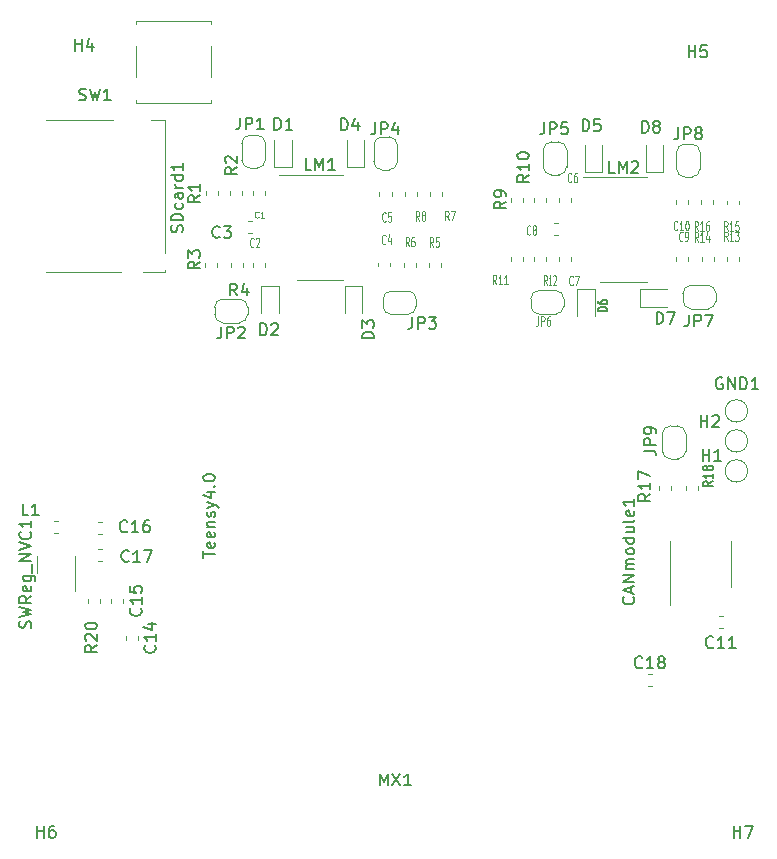
<source format=gto>
G04 #@! TF.GenerationSoftware,KiCad,Pcbnew,(5.1.4)-1*
G04 #@! TF.CreationDate,2020-01-21T11:12:15+01:00*
G04 #@! TF.ProjectId,teensy4_header_breakout,7465656e-7379-4345-9f68-65616465725f,rev?*
G04 #@! TF.SameCoordinates,Original*
G04 #@! TF.FileFunction,Legend,Top*
G04 #@! TF.FilePolarity,Positive*
%FSLAX46Y46*%
G04 Gerber Fmt 4.6, Leading zero omitted, Abs format (unit mm)*
G04 Created by KiCad (PCBNEW (5.1.4)-1) date 2020-01-21 11:12:15*
%MOMM*%
%LPD*%
G04 APERTURE LIST*
%ADD10C,0.120000*%
%ADD11C,0.150000*%
%ADD12C,0.050000*%
%ADD13C,0.100000*%
%ADD14C,0.125000*%
G04 APERTURE END LIST*
D10*
X127546500Y-72611460D02*
X127546500Y-75211460D01*
X121246500Y-77361460D02*
X121246500Y-77111460D01*
X127546500Y-77361460D02*
X121246500Y-77361460D01*
X127546500Y-77111460D02*
X127546500Y-77361460D01*
X121246500Y-75211460D02*
X121246500Y-72611460D01*
X127546500Y-70461460D02*
X127546500Y-70711460D01*
X121246500Y-70461460D02*
X127546500Y-70461460D01*
X121246500Y-70711460D02*
X121246500Y-70461460D01*
X162495000Y-83703000D02*
X159045000Y-83703000D01*
X162495000Y-83703000D02*
X164445000Y-83703000D01*
X162495000Y-92573000D02*
X160545000Y-92573000D01*
X162495000Y-92573000D02*
X164445000Y-92573000D01*
X116039540Y-118713380D02*
X116039540Y-115713380D01*
X112819540Y-117213380D02*
X112819540Y-115713380D01*
X123646220Y-91561400D02*
X123646220Y-91671400D01*
X122486220Y-78801400D02*
X123646220Y-78801400D01*
X123646220Y-78801400D02*
X123646220Y-90061400D01*
X123646220Y-91671400D02*
X121836220Y-91671400D01*
X119236220Y-78801400D02*
X113636220Y-78801400D01*
X119936220Y-91671400D02*
X113636220Y-91671400D01*
X118134860Y-119700359D02*
X118134860Y-119374801D01*
X117114860Y-119700359D02*
X117114860Y-119374801D01*
X168830720Y-110126627D02*
X168830720Y-109784093D01*
X167810720Y-110126627D02*
X167810720Y-109784093D01*
X165504400Y-109850133D02*
X165504400Y-110192667D01*
X166524400Y-109850133D02*
X166524400Y-110192667D01*
X170110880Y-85953719D02*
X170110880Y-85628161D01*
X169090880Y-85953719D02*
X169090880Y-85628161D01*
X172307980Y-85976779D02*
X172307980Y-85651221D01*
X171287980Y-85976779D02*
X171287980Y-85651221D01*
X169101040Y-90433841D02*
X169101040Y-90759399D01*
X170121040Y-90433841D02*
X170121040Y-90759399D01*
X172285120Y-90769759D02*
X172285120Y-90444201D01*
X171265120Y-90769759D02*
X171265120Y-90444201D01*
X154938000Y-90464321D02*
X154938000Y-90789879D01*
X155958000Y-90464321D02*
X155958000Y-90789879D01*
X153971720Y-90764679D02*
X153971720Y-90439121D01*
X152951720Y-90764679D02*
X152951720Y-90439121D01*
X155958000Y-85735279D02*
X155958000Y-85409721D01*
X154938000Y-85735279D02*
X154938000Y-85409721D01*
X154027600Y-85735279D02*
X154027600Y-85409721D01*
X153007600Y-85735279D02*
X153007600Y-85409721D01*
X144021080Y-84952521D02*
X144021080Y-85278079D01*
X145041080Y-84952521D02*
X145041080Y-85278079D01*
X147144200Y-85278279D02*
X147144200Y-84952721D01*
X146124200Y-85278279D02*
X146124200Y-84952721D01*
X143881380Y-90936761D02*
X143881380Y-91262319D01*
X144901380Y-90936761D02*
X144901380Y-91262319D01*
X147047680Y-91292799D02*
X147047680Y-90967241D01*
X146027680Y-91292799D02*
X146027680Y-90967241D01*
X129276380Y-90921521D02*
X129276380Y-91247079D01*
X130296380Y-90921521D02*
X130296380Y-91247079D01*
X128043400Y-91249619D02*
X128043400Y-90924061D01*
X127023400Y-91249619D02*
X127023400Y-90924061D01*
X130197320Y-85204619D02*
X130197320Y-84879061D01*
X129177320Y-85204619D02*
X129177320Y-84879061D01*
X128137380Y-85212239D02*
X128137380Y-84886681D01*
X127117380Y-85212239D02*
X127117380Y-84886681D01*
X136797820Y-83476940D02*
X133347820Y-83476940D01*
X136797820Y-83476940D02*
X138747820Y-83476940D01*
X136797820Y-92346940D02*
X134847820Y-92346940D01*
X136797820Y-92346940D02*
X138747820Y-92346940D01*
X114256501Y-113842260D02*
X114582059Y-113842260D01*
X114256501Y-112822260D02*
X114582059Y-112822260D01*
X165776400Y-106831600D02*
X165776400Y-105431600D01*
X166476400Y-104731600D02*
X167076400Y-104731600D01*
X167776400Y-105431600D02*
X167776400Y-106831600D01*
X167076400Y-107531600D02*
X166476400Y-107531600D01*
X166476400Y-107531600D02*
G75*
G02X165776400Y-106831600I0J700000D01*
G01*
X167776400Y-106831600D02*
G75*
G02X167076400Y-107531600I-700000J0D01*
G01*
X167076400Y-104731600D02*
G75*
G02X167776400Y-105431600I0J-700000D01*
G01*
X165776400Y-105431600D02*
G75*
G02X166476400Y-104731600I700000J0D01*
G01*
X166980360Y-82962740D02*
X166980360Y-81562740D01*
X167680360Y-80862740D02*
X168280360Y-80862740D01*
X168980360Y-81562740D02*
X168980360Y-82962740D01*
X168280360Y-83662740D02*
X167680360Y-83662740D01*
X167680360Y-83662740D02*
G75*
G02X166980360Y-82962740I0J700000D01*
G01*
X168980360Y-82962740D02*
G75*
G02X168280360Y-83662740I-700000J0D01*
G01*
X168280360Y-80862740D02*
G75*
G02X168980360Y-81562740I0J-700000D01*
G01*
X166980360Y-81562740D02*
G75*
G02X167680360Y-80862740I700000J0D01*
G01*
X168228020Y-92822520D02*
X169628020Y-92822520D01*
X170328020Y-93522520D02*
X170328020Y-94122520D01*
X169628020Y-94822520D02*
X168228020Y-94822520D01*
X167528020Y-94122520D02*
X167528020Y-93522520D01*
X167528020Y-93522520D02*
G75*
G02X168228020Y-92822520I700000J0D01*
G01*
X168228020Y-94822520D02*
G75*
G02X167528020Y-94122520I0J700000D01*
G01*
X170328020Y-94122520D02*
G75*
G02X169628020Y-94822520I-700000J0D01*
G01*
X169628020Y-92822520D02*
G75*
G02X170328020Y-93522520I0J-700000D01*
G01*
X156742120Y-95269560D02*
X155342120Y-95269560D01*
X154642120Y-94569560D02*
X154642120Y-93969560D01*
X155342120Y-93269560D02*
X156742120Y-93269560D01*
X157442120Y-93969560D02*
X157442120Y-94569560D01*
X157442120Y-94569560D02*
G75*
G02X156742120Y-95269560I-700000J0D01*
G01*
X156742120Y-93269560D02*
G75*
G02X157442120Y-93969560I0J-700000D01*
G01*
X154642120Y-93969560D02*
G75*
G02X155342120Y-93269560I700000J0D01*
G01*
X155342120Y-95269560D02*
G75*
G02X154642120Y-94569560I0J700000D01*
G01*
X155692600Y-82782400D02*
X155692600Y-81382400D01*
X156392600Y-80682400D02*
X156992600Y-80682400D01*
X157692600Y-81382400D02*
X157692600Y-82782400D01*
X156992600Y-83482400D02*
X156392600Y-83482400D01*
X156392600Y-83482400D02*
G75*
G02X155692600Y-82782400I0J700000D01*
G01*
X157692600Y-82782400D02*
G75*
G02X156992600Y-83482400I-700000J0D01*
G01*
X156992600Y-80682400D02*
G75*
G02X157692600Y-81382400I0J-700000D01*
G01*
X155692600Y-81382400D02*
G75*
G02X156392600Y-80682400I700000J0D01*
G01*
X141351760Y-82358220D02*
X141351760Y-80958220D01*
X142051760Y-80258220D02*
X142651760Y-80258220D01*
X143351760Y-80958220D02*
X143351760Y-82358220D01*
X142651760Y-83058220D02*
X142051760Y-83058220D01*
X142051760Y-83058220D02*
G75*
G02X141351760Y-82358220I0J700000D01*
G01*
X143351760Y-82358220D02*
G75*
G02X142651760Y-83058220I-700000J0D01*
G01*
X142651760Y-80258220D02*
G75*
G02X143351760Y-80958220I0J-700000D01*
G01*
X141351760Y-80958220D02*
G75*
G02X142051760Y-80258220I700000J0D01*
G01*
X142835640Y-93300040D02*
X144235640Y-93300040D01*
X144935640Y-94000040D02*
X144935640Y-94600040D01*
X144235640Y-95300040D02*
X142835640Y-95300040D01*
X142135640Y-94600040D02*
X142135640Y-94000040D01*
X142135640Y-94000040D02*
G75*
G02X142835640Y-93300040I700000J0D01*
G01*
X142835640Y-95300040D02*
G75*
G02X142135640Y-94600040I0J700000D01*
G01*
X144935640Y-94600040D02*
G75*
G02X144235640Y-95300040I-700000J0D01*
G01*
X144235640Y-93300040D02*
G75*
G02X144935640Y-94000040I0J-700000D01*
G01*
X129971000Y-95985840D02*
X128571000Y-95985840D01*
X127871000Y-95285840D02*
X127871000Y-94685840D01*
X128571000Y-93985840D02*
X129971000Y-93985840D01*
X130671000Y-94685840D02*
X130671000Y-95285840D01*
X130671000Y-95285840D02*
G75*
G02X129971000Y-95985840I-700000J0D01*
G01*
X129971000Y-93985840D02*
G75*
G02X130671000Y-94685840I0J-700000D01*
G01*
X127871000Y-94685840D02*
G75*
G02X128571000Y-93985840I700000J0D01*
G01*
X128571000Y-95985840D02*
G75*
G02X127871000Y-95285840I0J700000D01*
G01*
X130173220Y-82210900D02*
X130173220Y-80810900D01*
X130873220Y-80110900D02*
X131473220Y-80110900D01*
X132173220Y-80810900D02*
X132173220Y-82210900D01*
X131473220Y-82910900D02*
X130873220Y-82910900D01*
X130873220Y-82910900D02*
G75*
G02X130173220Y-82210900I0J700000D01*
G01*
X132173220Y-82210900D02*
G75*
G02X131473220Y-82910900I-700000J0D01*
G01*
X131473220Y-80110900D02*
G75*
G02X132173220Y-80810900I0J-700000D01*
G01*
X130173220Y-80810900D02*
G75*
G02X130873220Y-80110900I700000J0D01*
G01*
X173004520Y-106004360D02*
G75*
G03X173004520Y-106004360I-950000J0D01*
G01*
X173004520Y-108544360D02*
G75*
G03X173004520Y-108544360I-950000J0D01*
G01*
X173004520Y-103464360D02*
G75*
G03X173004520Y-103464360I-950000J0D01*
G01*
X165837540Y-83196900D02*
X165837540Y-80911900D01*
X164367540Y-83196900D02*
X165837540Y-83196900D01*
X164367540Y-80911900D02*
X164367540Y-83196900D01*
X163876520Y-94631180D02*
X166161520Y-94631180D01*
X163876520Y-93161180D02*
X163876520Y-94631180D01*
X166161520Y-93161180D02*
X163876520Y-93161180D01*
X158589040Y-93155300D02*
X158589040Y-95440300D01*
X160059040Y-93155300D02*
X158589040Y-93155300D01*
X160059040Y-95440300D02*
X160059040Y-93155300D01*
X160678800Y-83196900D02*
X160678800Y-80911900D01*
X159208800Y-83196900D02*
X160678800Y-83196900D01*
X159208800Y-80911900D02*
X159208800Y-83196900D01*
X140556920Y-82838760D02*
X140556920Y-80553760D01*
X139086920Y-82838760D02*
X140556920Y-82838760D01*
X139086920Y-80553760D02*
X139086920Y-82838760D01*
X138911660Y-92860660D02*
X138911660Y-95145660D01*
X140381660Y-92860660D02*
X138911660Y-92860660D01*
X140381660Y-95145660D02*
X140381660Y-92860660D01*
X131822520Y-92909120D02*
X131822520Y-95194120D01*
X133292520Y-92909120D02*
X131822520Y-92909120D01*
X133292520Y-95194120D02*
X133292520Y-92909120D01*
X134387260Y-82823520D02*
X134387260Y-80538520D01*
X132917260Y-82823520D02*
X134387260Y-82823520D01*
X132917260Y-80538520D02*
X132917260Y-82823520D01*
X166446520Y-116446300D02*
X166446520Y-119896300D01*
X166446520Y-116446300D02*
X166446520Y-114496300D01*
X171566520Y-116446300D02*
X171566520Y-118396300D01*
X171566520Y-116446300D02*
X171566520Y-114496300D01*
X164561401Y-126745460D02*
X164886959Y-126745460D01*
X164561401Y-125725460D02*
X164886959Y-125725460D01*
X118008081Y-116184140D02*
X118333639Y-116184140D01*
X118008081Y-115164140D02*
X118333639Y-115164140D01*
X117990501Y-113918460D02*
X118316059Y-113918460D01*
X117990501Y-112898460D02*
X118316059Y-112898460D01*
X120090660Y-119735919D02*
X120090660Y-119410361D01*
X119070660Y-119735919D02*
X119070660Y-119410361D01*
X120399080Y-122519121D02*
X120399080Y-122844679D01*
X121419080Y-122519121D02*
X121419080Y-122844679D01*
X170601321Y-121815320D02*
X170926879Y-121815320D01*
X170601321Y-120795320D02*
X170926879Y-120795320D01*
X167967120Y-85948839D02*
X167967120Y-85623281D01*
X166947120Y-85948839D02*
X166947120Y-85623281D01*
X166947120Y-90428761D02*
X166947120Y-90754319D01*
X167967120Y-90428761D02*
X167967120Y-90754319D01*
X156626341Y-88607360D02*
X156951899Y-88607360D01*
X156626341Y-87587360D02*
X156951899Y-87587360D01*
X156995400Y-90464321D02*
X156995400Y-90789879D01*
X158015400Y-90464321D02*
X158015400Y-90789879D01*
X158040800Y-85760779D02*
X158040800Y-85435221D01*
X157020800Y-85760779D02*
X157020800Y-85435221D01*
X142856680Y-85270459D02*
X142856680Y-84944901D01*
X141836680Y-85270459D02*
X141836680Y-84944901D01*
X141742700Y-90908821D02*
X141742700Y-91234379D01*
X142762700Y-90908821D02*
X142762700Y-91234379D01*
X130680141Y-88406700D02*
X131005699Y-88406700D01*
X130680141Y-87386700D02*
X131005699Y-87386700D01*
X131087400Y-90921521D02*
X131087400Y-91247079D01*
X132107400Y-90921521D02*
X132107400Y-91247079D01*
X132155660Y-85186839D02*
X132155660Y-84861281D01*
X131135660Y-85186839D02*
X131135660Y-84861281D01*
D11*
X116413446Y-77128001D02*
X116556303Y-77175620D01*
X116794399Y-77175620D01*
X116889637Y-77128001D01*
X116937256Y-77080382D01*
X116984875Y-76985144D01*
X116984875Y-76889906D01*
X116937256Y-76794668D01*
X116889637Y-76747049D01*
X116794399Y-76699430D01*
X116603922Y-76651811D01*
X116508684Y-76604192D01*
X116461065Y-76556573D01*
X116413446Y-76461335D01*
X116413446Y-76366097D01*
X116461065Y-76270859D01*
X116508684Y-76223240D01*
X116603922Y-76175620D01*
X116842018Y-76175620D01*
X116984875Y-76223240D01*
X117318208Y-76175620D02*
X117556303Y-77175620D01*
X117746780Y-76461335D01*
X117937256Y-77175620D01*
X118175351Y-76175620D01*
X119080113Y-77175620D02*
X118508684Y-77175620D01*
X118794399Y-77175620D02*
X118794399Y-76175620D01*
X118699160Y-76318478D01*
X118603922Y-76413716D01*
X118508684Y-76461335D01*
X141885945Y-135173980D02*
X141885945Y-134173980D01*
X142219279Y-134888266D01*
X142552612Y-134173980D01*
X142552612Y-135173980D01*
X142933564Y-134173980D02*
X143600231Y-135173980D01*
X143600231Y-134173980D02*
X142933564Y-135173980D01*
X144504993Y-135173980D02*
X143933564Y-135173980D01*
X144219279Y-135173980D02*
X144219279Y-134173980D01*
X144124040Y-134316838D01*
X144028802Y-134412076D01*
X143933564Y-134459695D01*
X161756904Y-83310380D02*
X161280714Y-83310380D01*
X161280714Y-82310380D01*
X162090238Y-83310380D02*
X162090238Y-82310380D01*
X162423571Y-83024666D01*
X162756904Y-82310380D01*
X162756904Y-83310380D01*
X163185476Y-82405619D02*
X163233095Y-82358000D01*
X163328333Y-82310380D01*
X163566428Y-82310380D01*
X163661666Y-82358000D01*
X163709285Y-82405619D01*
X163756904Y-82500857D01*
X163756904Y-82596095D01*
X163709285Y-82738952D01*
X163137857Y-83310380D01*
X163756904Y-83310380D01*
X126909580Y-115895308D02*
X126909580Y-115323880D01*
X127909580Y-115609594D02*
X126909580Y-115609594D01*
X127861961Y-114609594D02*
X127909580Y-114704832D01*
X127909580Y-114895308D01*
X127861961Y-114990546D01*
X127766723Y-115038165D01*
X127385771Y-115038165D01*
X127290533Y-114990546D01*
X127242914Y-114895308D01*
X127242914Y-114704832D01*
X127290533Y-114609594D01*
X127385771Y-114561975D01*
X127481009Y-114561975D01*
X127576247Y-115038165D01*
X127861961Y-113752451D02*
X127909580Y-113847689D01*
X127909580Y-114038165D01*
X127861961Y-114133403D01*
X127766723Y-114181022D01*
X127385771Y-114181022D01*
X127290533Y-114133403D01*
X127242914Y-114038165D01*
X127242914Y-113847689D01*
X127290533Y-113752451D01*
X127385771Y-113704832D01*
X127481009Y-113704832D01*
X127576247Y-114181022D01*
X127242914Y-113276260D02*
X127909580Y-113276260D01*
X127338152Y-113276260D02*
X127290533Y-113228641D01*
X127242914Y-113133403D01*
X127242914Y-112990546D01*
X127290533Y-112895308D01*
X127385771Y-112847689D01*
X127909580Y-112847689D01*
X127861961Y-112419118D02*
X127909580Y-112323880D01*
X127909580Y-112133403D01*
X127861961Y-112038165D01*
X127766723Y-111990546D01*
X127719104Y-111990546D01*
X127623866Y-112038165D01*
X127576247Y-112133403D01*
X127576247Y-112276260D01*
X127528628Y-112371499D01*
X127433390Y-112419118D01*
X127385771Y-112419118D01*
X127290533Y-112371499D01*
X127242914Y-112276260D01*
X127242914Y-112133403D01*
X127290533Y-112038165D01*
X127242914Y-111657213D02*
X127909580Y-111419118D01*
X127242914Y-111181022D02*
X127909580Y-111419118D01*
X128147676Y-111514356D01*
X128195295Y-111561975D01*
X128242914Y-111657213D01*
X127242914Y-110371499D02*
X127909580Y-110371499D01*
X126861961Y-110609594D02*
X127576247Y-110847689D01*
X127576247Y-110228641D01*
X127814342Y-109847689D02*
X127861961Y-109800070D01*
X127909580Y-109847689D01*
X127861961Y-109895308D01*
X127814342Y-109847689D01*
X127909580Y-109847689D01*
X126909580Y-109181022D02*
X126909580Y-109085784D01*
X126957200Y-108990546D01*
X127004819Y-108942927D01*
X127100057Y-108895308D01*
X127290533Y-108847689D01*
X127528628Y-108847689D01*
X127719104Y-108895308D01*
X127814342Y-108942927D01*
X127861961Y-108990546D01*
X127909580Y-109085784D01*
X127909580Y-109181022D01*
X127861961Y-109276260D01*
X127814342Y-109323880D01*
X127719104Y-109371499D01*
X127528628Y-109419118D01*
X127290533Y-109419118D01*
X127100057Y-109371499D01*
X127004819Y-109323880D01*
X126957200Y-109276260D01*
X126909580Y-109181022D01*
X112301921Y-121839739D02*
X112349540Y-121696881D01*
X112349540Y-121458786D01*
X112301921Y-121363548D01*
X112254302Y-121315929D01*
X112159064Y-121268310D01*
X112063826Y-121268310D01*
X111968588Y-121315929D01*
X111920969Y-121363548D01*
X111873350Y-121458786D01*
X111825731Y-121649262D01*
X111778112Y-121744500D01*
X111730493Y-121792120D01*
X111635255Y-121839739D01*
X111540017Y-121839739D01*
X111444779Y-121792120D01*
X111397160Y-121744500D01*
X111349540Y-121649262D01*
X111349540Y-121411167D01*
X111397160Y-121268310D01*
X111349540Y-120934977D02*
X112349540Y-120696881D01*
X111635255Y-120506405D01*
X112349540Y-120315929D01*
X111349540Y-120077834D01*
X112349540Y-119125453D02*
X111873350Y-119458786D01*
X112349540Y-119696881D02*
X111349540Y-119696881D01*
X111349540Y-119315929D01*
X111397160Y-119220691D01*
X111444779Y-119173072D01*
X111540017Y-119125453D01*
X111682874Y-119125453D01*
X111778112Y-119173072D01*
X111825731Y-119220691D01*
X111873350Y-119315929D01*
X111873350Y-119696881D01*
X112301921Y-118315929D02*
X112349540Y-118411167D01*
X112349540Y-118601643D01*
X112301921Y-118696881D01*
X112206683Y-118744500D01*
X111825731Y-118744500D01*
X111730493Y-118696881D01*
X111682874Y-118601643D01*
X111682874Y-118411167D01*
X111730493Y-118315929D01*
X111825731Y-118268310D01*
X111920969Y-118268310D01*
X112016207Y-118744500D01*
X111682874Y-117411167D02*
X112492398Y-117411167D01*
X112587636Y-117458786D01*
X112635255Y-117506405D01*
X112682874Y-117601643D01*
X112682874Y-117744500D01*
X112635255Y-117839739D01*
X112301921Y-117411167D02*
X112349540Y-117506405D01*
X112349540Y-117696881D01*
X112301921Y-117792120D01*
X112254302Y-117839739D01*
X112159064Y-117887358D01*
X111873350Y-117887358D01*
X111778112Y-117839739D01*
X111730493Y-117792120D01*
X111682874Y-117696881D01*
X111682874Y-117506405D01*
X111730493Y-117411167D01*
X112444779Y-117173072D02*
X112444779Y-116411167D01*
X112349540Y-116173072D02*
X111349540Y-116173072D01*
X112349540Y-115601643D01*
X111349540Y-115601643D01*
X111349540Y-115268310D02*
X112349540Y-114934977D01*
X111349540Y-114601643D01*
X112254302Y-113696881D02*
X112301921Y-113744500D01*
X112349540Y-113887358D01*
X112349540Y-113982596D01*
X112301921Y-114125453D01*
X112206683Y-114220691D01*
X112111445Y-114268310D01*
X111920969Y-114315929D01*
X111778112Y-114315929D01*
X111587636Y-114268310D01*
X111492398Y-114220691D01*
X111397160Y-114125453D01*
X111349540Y-113982596D01*
X111349540Y-113887358D01*
X111397160Y-113744500D01*
X111444779Y-113696881D01*
X112349540Y-112744500D02*
X112349540Y-113315929D01*
X112349540Y-113030215D02*
X111349540Y-113030215D01*
X111492398Y-113125453D01*
X111587636Y-113220691D01*
X111635255Y-113315929D01*
X125139081Y-88324961D02*
X125186700Y-88182104D01*
X125186700Y-87944009D01*
X125139081Y-87848771D01*
X125091462Y-87801152D01*
X124996224Y-87753533D01*
X124900986Y-87753533D01*
X124805748Y-87801152D01*
X124758129Y-87848771D01*
X124710510Y-87944009D01*
X124662891Y-88134485D01*
X124615272Y-88229723D01*
X124567653Y-88277342D01*
X124472415Y-88324961D01*
X124377177Y-88324961D01*
X124281939Y-88277342D01*
X124234320Y-88229723D01*
X124186700Y-88134485D01*
X124186700Y-87896390D01*
X124234320Y-87753533D01*
X125186700Y-87324961D02*
X124186700Y-87324961D01*
X124186700Y-87086866D01*
X124234320Y-86944009D01*
X124329558Y-86848771D01*
X124424796Y-86801152D01*
X124615272Y-86753533D01*
X124758129Y-86753533D01*
X124948605Y-86801152D01*
X125043843Y-86848771D01*
X125139081Y-86944009D01*
X125186700Y-87086866D01*
X125186700Y-87324961D01*
X125139081Y-85896390D02*
X125186700Y-85991628D01*
X125186700Y-86182104D01*
X125139081Y-86277342D01*
X125091462Y-86324961D01*
X124996224Y-86372580D01*
X124710510Y-86372580D01*
X124615272Y-86324961D01*
X124567653Y-86277342D01*
X124520034Y-86182104D01*
X124520034Y-85991628D01*
X124567653Y-85896390D01*
X125186700Y-85039247D02*
X124662891Y-85039247D01*
X124567653Y-85086866D01*
X124520034Y-85182104D01*
X124520034Y-85372580D01*
X124567653Y-85467819D01*
X125139081Y-85039247D02*
X125186700Y-85134485D01*
X125186700Y-85372580D01*
X125139081Y-85467819D01*
X125043843Y-85515438D01*
X124948605Y-85515438D01*
X124853367Y-85467819D01*
X124805748Y-85372580D01*
X124805748Y-85134485D01*
X124758129Y-85039247D01*
X125186700Y-84563057D02*
X124520034Y-84563057D01*
X124710510Y-84563057D02*
X124615272Y-84515438D01*
X124567653Y-84467819D01*
X124520034Y-84372580D01*
X124520034Y-84277342D01*
X125186700Y-83515438D02*
X124186700Y-83515438D01*
X125139081Y-83515438D02*
X125186700Y-83610676D01*
X125186700Y-83801152D01*
X125139081Y-83896390D01*
X125091462Y-83944009D01*
X124996224Y-83991628D01*
X124710510Y-83991628D01*
X124615272Y-83944009D01*
X124567653Y-83896390D01*
X124520034Y-83801152D01*
X124520034Y-83610676D01*
X124567653Y-83515438D01*
X125186700Y-82515438D02*
X125186700Y-83086866D01*
X125186700Y-82801152D02*
X124186700Y-82801152D01*
X124329558Y-82896390D01*
X124424796Y-82991628D01*
X124472415Y-83086866D01*
X117907060Y-123289297D02*
X117430870Y-123622630D01*
X117907060Y-123860725D02*
X116907060Y-123860725D01*
X116907060Y-123479773D01*
X116954680Y-123384535D01*
X117002299Y-123336916D01*
X117097537Y-123289297D01*
X117240394Y-123289297D01*
X117335632Y-123336916D01*
X117383251Y-123384535D01*
X117430870Y-123479773D01*
X117430870Y-123860725D01*
X117002299Y-122908344D02*
X116954680Y-122860725D01*
X116907060Y-122765487D01*
X116907060Y-122527392D01*
X116954680Y-122432154D01*
X117002299Y-122384535D01*
X117097537Y-122336916D01*
X117192775Y-122336916D01*
X117335632Y-122384535D01*
X117907060Y-122955963D01*
X117907060Y-122336916D01*
X116907060Y-121717868D02*
X116907060Y-121622630D01*
X116954680Y-121527392D01*
X117002299Y-121479773D01*
X117097537Y-121432154D01*
X117288013Y-121384535D01*
X117526108Y-121384535D01*
X117716584Y-121432154D01*
X117811822Y-121479773D01*
X117859441Y-121527392D01*
X117907060Y-121622630D01*
X117907060Y-121717868D01*
X117859441Y-121813106D01*
X117811822Y-121860725D01*
X117716584Y-121908344D01*
X117526108Y-121955963D01*
X117288013Y-121955963D01*
X117097537Y-121908344D01*
X117002299Y-121860725D01*
X116954680Y-121813106D01*
X116907060Y-121717868D01*
X170054224Y-109436320D02*
X169673272Y-109669653D01*
X170054224Y-109836320D02*
X169254224Y-109836320D01*
X169254224Y-109569653D01*
X169292320Y-109502986D01*
X169330415Y-109469653D01*
X169406605Y-109436320D01*
X169520891Y-109436320D01*
X169597081Y-109469653D01*
X169635177Y-109502986D01*
X169673272Y-109569653D01*
X169673272Y-109836320D01*
X170054224Y-108769653D02*
X170054224Y-109169653D01*
X170054224Y-108969653D02*
X169254224Y-108969653D01*
X169368510Y-109036320D01*
X169444700Y-109102986D01*
X169482796Y-109169653D01*
X169597081Y-108369653D02*
X169558986Y-108436320D01*
X169520891Y-108469653D01*
X169444700Y-108502986D01*
X169406605Y-108502986D01*
X169330415Y-108469653D01*
X169292320Y-108436320D01*
X169254224Y-108369653D01*
X169254224Y-108236320D01*
X169292320Y-108169653D01*
X169330415Y-108136320D01*
X169406605Y-108102986D01*
X169444700Y-108102986D01*
X169520891Y-108136320D01*
X169558986Y-108169653D01*
X169597081Y-108236320D01*
X169597081Y-108369653D01*
X169635177Y-108436320D01*
X169673272Y-108469653D01*
X169749462Y-108502986D01*
X169901843Y-108502986D01*
X169978034Y-108469653D01*
X170016129Y-108436320D01*
X170054224Y-108369653D01*
X170054224Y-108236320D01*
X170016129Y-108169653D01*
X169978034Y-108136320D01*
X169901843Y-108102986D01*
X169749462Y-108102986D01*
X169673272Y-108136320D01*
X169635177Y-108169653D01*
X169597081Y-108236320D01*
X164764980Y-110482617D02*
X164288790Y-110815950D01*
X164764980Y-111054045D02*
X163764980Y-111054045D01*
X163764980Y-110673093D01*
X163812600Y-110577855D01*
X163860219Y-110530236D01*
X163955457Y-110482617D01*
X164098314Y-110482617D01*
X164193552Y-110530236D01*
X164241171Y-110577855D01*
X164288790Y-110673093D01*
X164288790Y-111054045D01*
X164764980Y-109530236D02*
X164764980Y-110101664D01*
X164764980Y-109815950D02*
X163764980Y-109815950D01*
X163907838Y-109911188D01*
X164003076Y-110006426D01*
X164050695Y-110101664D01*
X163764980Y-109196902D02*
X163764980Y-108530236D01*
X164764980Y-108958807D01*
D12*
X168799391Y-88197644D02*
X168632724Y-87816692D01*
X168513677Y-88197644D02*
X168513677Y-87397644D01*
X168704153Y-87397644D01*
X168751772Y-87435740D01*
X168775581Y-87473835D01*
X168799391Y-87550025D01*
X168799391Y-87664311D01*
X168775581Y-87740501D01*
X168751772Y-87778597D01*
X168704153Y-87816692D01*
X168513677Y-87816692D01*
X169275581Y-88197644D02*
X168989867Y-88197644D01*
X169132724Y-88197644D02*
X169132724Y-87397644D01*
X169085105Y-87511930D01*
X169037486Y-87588120D01*
X168989867Y-87626216D01*
X169704153Y-87397644D02*
X169608915Y-87397644D01*
X169561296Y-87435740D01*
X169537486Y-87473835D01*
X169489867Y-87588120D01*
X169466058Y-87740501D01*
X169466058Y-88045263D01*
X169489867Y-88121454D01*
X169513677Y-88159549D01*
X169561296Y-88197644D01*
X169656534Y-88197644D01*
X169704153Y-88159549D01*
X169727962Y-88121454D01*
X169751772Y-88045263D01*
X169751772Y-87854787D01*
X169727962Y-87778597D01*
X169704153Y-87740501D01*
X169656534Y-87702406D01*
X169561296Y-87702406D01*
X169513677Y-87740501D01*
X169489867Y-87778597D01*
X169466058Y-87854787D01*
X171301291Y-88195104D02*
X171134624Y-87814152D01*
X171015577Y-88195104D02*
X171015577Y-87395104D01*
X171206053Y-87395104D01*
X171253672Y-87433200D01*
X171277481Y-87471295D01*
X171301291Y-87547485D01*
X171301291Y-87661771D01*
X171277481Y-87737961D01*
X171253672Y-87776057D01*
X171206053Y-87814152D01*
X171015577Y-87814152D01*
X171777481Y-88195104D02*
X171491767Y-88195104D01*
X171634624Y-88195104D02*
X171634624Y-87395104D01*
X171587005Y-87509390D01*
X171539386Y-87585580D01*
X171491767Y-87623676D01*
X172229862Y-87395104D02*
X171991767Y-87395104D01*
X171967958Y-87776057D01*
X171991767Y-87737961D01*
X172039386Y-87699866D01*
X172158434Y-87699866D01*
X172206053Y-87737961D01*
X172229862Y-87776057D01*
X172253672Y-87852247D01*
X172253672Y-88042723D01*
X172229862Y-88118914D01*
X172206053Y-88157009D01*
X172158434Y-88195104D01*
X172039386Y-88195104D01*
X171991767Y-88157009D01*
X171967958Y-88118914D01*
X168809551Y-89150144D02*
X168642884Y-88769192D01*
X168523837Y-89150144D02*
X168523837Y-88350144D01*
X168714313Y-88350144D01*
X168761932Y-88388240D01*
X168785741Y-88426335D01*
X168809551Y-88502525D01*
X168809551Y-88616811D01*
X168785741Y-88693001D01*
X168761932Y-88731097D01*
X168714313Y-88769192D01*
X168523837Y-88769192D01*
X169285741Y-89150144D02*
X169000027Y-89150144D01*
X169142884Y-89150144D02*
X169142884Y-88350144D01*
X169095265Y-88464430D01*
X169047646Y-88540620D01*
X169000027Y-88578716D01*
X169714313Y-88616811D02*
X169714313Y-89150144D01*
X169595265Y-88312049D02*
X169476218Y-88883478D01*
X169785741Y-88883478D01*
X171301291Y-89079024D02*
X171134624Y-88698072D01*
X171015577Y-89079024D02*
X171015577Y-88279024D01*
X171206053Y-88279024D01*
X171253672Y-88317120D01*
X171277481Y-88355215D01*
X171301291Y-88431405D01*
X171301291Y-88545691D01*
X171277481Y-88621881D01*
X171253672Y-88659977D01*
X171206053Y-88698072D01*
X171015577Y-88698072D01*
X171777481Y-89079024D02*
X171491767Y-89079024D01*
X171634624Y-89079024D02*
X171634624Y-88279024D01*
X171587005Y-88393310D01*
X171539386Y-88469500D01*
X171491767Y-88507596D01*
X171944148Y-88279024D02*
X172253672Y-88279024D01*
X172087005Y-88583786D01*
X172158434Y-88583786D01*
X172206053Y-88621881D01*
X172229862Y-88659977D01*
X172253672Y-88736167D01*
X172253672Y-88926643D01*
X172229862Y-89002834D01*
X172206053Y-89040929D01*
X172158434Y-89079024D01*
X172015577Y-89079024D01*
X171967958Y-89040929D01*
X171944148Y-89002834D01*
D13*
X156008737Y-92797584D02*
X155875403Y-92416632D01*
X155780165Y-92797584D02*
X155780165Y-91997584D01*
X155932546Y-91997584D01*
X155970641Y-92035680D01*
X155989689Y-92073775D01*
X156008737Y-92149965D01*
X156008737Y-92264251D01*
X155989689Y-92340441D01*
X155970641Y-92378537D01*
X155932546Y-92416632D01*
X155780165Y-92416632D01*
X156389689Y-92797584D02*
X156161118Y-92797584D01*
X156275403Y-92797584D02*
X156275403Y-91997584D01*
X156237308Y-92111870D01*
X156199213Y-92188060D01*
X156161118Y-92226156D01*
X156542070Y-92073775D02*
X156561118Y-92035680D01*
X156599213Y-91997584D01*
X156694451Y-91997584D01*
X156732546Y-92035680D01*
X156751594Y-92073775D01*
X156770641Y-92149965D01*
X156770641Y-92226156D01*
X156751594Y-92340441D01*
X156523022Y-92797584D01*
X156770641Y-92797584D01*
D12*
X151725511Y-92751864D02*
X151558844Y-92370912D01*
X151439797Y-92751864D02*
X151439797Y-91951864D01*
X151630273Y-91951864D01*
X151677892Y-91989960D01*
X151701701Y-92028055D01*
X151725511Y-92104245D01*
X151725511Y-92218531D01*
X151701701Y-92294721D01*
X151677892Y-92332817D01*
X151630273Y-92370912D01*
X151439797Y-92370912D01*
X152201701Y-92751864D02*
X151915987Y-92751864D01*
X152058844Y-92751864D02*
X152058844Y-91951864D01*
X152011225Y-92066150D01*
X151963606Y-92142340D01*
X151915987Y-92180436D01*
X152677892Y-92751864D02*
X152392178Y-92751864D01*
X152535035Y-92751864D02*
X152535035Y-91951864D01*
X152487416Y-92066150D01*
X152439797Y-92142340D01*
X152392178Y-92180436D01*
D11*
X154493220Y-83484957D02*
X154017030Y-83818290D01*
X154493220Y-84056385D02*
X153493220Y-84056385D01*
X153493220Y-83675433D01*
X153540840Y-83580195D01*
X153588459Y-83532576D01*
X153683697Y-83484957D01*
X153826554Y-83484957D01*
X153921792Y-83532576D01*
X153969411Y-83580195D01*
X154017030Y-83675433D01*
X154017030Y-84056385D01*
X154493220Y-82532576D02*
X154493220Y-83104004D01*
X154493220Y-82818290D02*
X153493220Y-82818290D01*
X153636078Y-82913528D01*
X153731316Y-83008766D01*
X153778935Y-83104004D01*
X153493220Y-81913528D02*
X153493220Y-81818290D01*
X153540840Y-81723052D01*
X153588459Y-81675433D01*
X153683697Y-81627814D01*
X153874173Y-81580195D01*
X154112268Y-81580195D01*
X154302744Y-81627814D01*
X154397982Y-81675433D01*
X154445601Y-81723052D01*
X154493220Y-81818290D01*
X154493220Y-81913528D01*
X154445601Y-82008766D01*
X154397982Y-82056385D01*
X154302744Y-82104004D01*
X154112268Y-82151623D01*
X153874173Y-82151623D01*
X153683697Y-82104004D01*
X153588459Y-82056385D01*
X153540840Y-82008766D01*
X153493220Y-81913528D01*
X152539980Y-85739166D02*
X152063790Y-86072500D01*
X152539980Y-86310595D02*
X151539980Y-86310595D01*
X151539980Y-85929642D01*
X151587600Y-85834404D01*
X151635219Y-85786785D01*
X151730457Y-85739166D01*
X151873314Y-85739166D01*
X151968552Y-85786785D01*
X152016171Y-85834404D01*
X152063790Y-85929642D01*
X152063790Y-86310595D01*
X152539980Y-85262976D02*
X152539980Y-85072500D01*
X152492361Y-84977261D01*
X152444742Y-84929642D01*
X152301885Y-84834404D01*
X152111409Y-84786785D01*
X151730457Y-84786785D01*
X151635219Y-84834404D01*
X151587600Y-84882023D01*
X151539980Y-84977261D01*
X151539980Y-85167738D01*
X151587600Y-85262976D01*
X151635219Y-85310595D01*
X151730457Y-85358214D01*
X151968552Y-85358214D01*
X152063790Y-85310595D01*
X152111409Y-85262976D01*
X152159028Y-85167738D01*
X152159028Y-84977261D01*
X152111409Y-84882023D01*
X152063790Y-84834404D01*
X151968552Y-84786785D01*
D12*
X145219906Y-87377224D02*
X145053240Y-86996272D01*
X144934192Y-87377224D02*
X144934192Y-86577224D01*
X145124668Y-86577224D01*
X145172287Y-86615320D01*
X145196097Y-86653415D01*
X145219906Y-86729605D01*
X145219906Y-86843891D01*
X145196097Y-86920081D01*
X145172287Y-86958177D01*
X145124668Y-86996272D01*
X144934192Y-86996272D01*
X145505620Y-86920081D02*
X145458001Y-86881986D01*
X145434192Y-86843891D01*
X145410382Y-86767700D01*
X145410382Y-86729605D01*
X145434192Y-86653415D01*
X145458001Y-86615320D01*
X145505620Y-86577224D01*
X145600859Y-86577224D01*
X145648478Y-86615320D01*
X145672287Y-86653415D01*
X145696097Y-86729605D01*
X145696097Y-86767700D01*
X145672287Y-86843891D01*
X145648478Y-86881986D01*
X145600859Y-86920081D01*
X145505620Y-86920081D01*
X145458001Y-86958177D01*
X145434192Y-86996272D01*
X145410382Y-87072462D01*
X145410382Y-87224843D01*
X145434192Y-87301034D01*
X145458001Y-87339129D01*
X145505620Y-87377224D01*
X145600859Y-87377224D01*
X145648478Y-87339129D01*
X145672287Y-87301034D01*
X145696097Y-87224843D01*
X145696097Y-87072462D01*
X145672287Y-86996272D01*
X145648478Y-86958177D01*
X145600859Y-86920081D01*
X147693866Y-87341664D02*
X147527200Y-86960712D01*
X147408152Y-87341664D02*
X147408152Y-86541664D01*
X147598628Y-86541664D01*
X147646247Y-86579760D01*
X147670057Y-86617855D01*
X147693866Y-86694045D01*
X147693866Y-86808331D01*
X147670057Y-86884521D01*
X147646247Y-86922617D01*
X147598628Y-86960712D01*
X147408152Y-86960712D01*
X147860533Y-86541664D02*
X148193866Y-86541664D01*
X147979580Y-87341664D01*
X144330906Y-89541304D02*
X144164240Y-89160352D01*
X144045192Y-89541304D02*
X144045192Y-88741304D01*
X144235668Y-88741304D01*
X144283287Y-88779400D01*
X144307097Y-88817495D01*
X144330906Y-88893685D01*
X144330906Y-89007971D01*
X144307097Y-89084161D01*
X144283287Y-89122257D01*
X144235668Y-89160352D01*
X144045192Y-89160352D01*
X144759478Y-88741304D02*
X144664240Y-88741304D01*
X144616620Y-88779400D01*
X144592811Y-88817495D01*
X144545192Y-88931780D01*
X144521382Y-89084161D01*
X144521382Y-89388923D01*
X144545192Y-89465114D01*
X144569001Y-89503209D01*
X144616620Y-89541304D01*
X144711859Y-89541304D01*
X144759478Y-89503209D01*
X144783287Y-89465114D01*
X144807097Y-89388923D01*
X144807097Y-89198447D01*
X144783287Y-89122257D01*
X144759478Y-89084161D01*
X144711859Y-89046066D01*
X144616620Y-89046066D01*
X144569001Y-89084161D01*
X144545192Y-89122257D01*
X144521382Y-89198447D01*
X146398466Y-89576864D02*
X146231800Y-89195912D01*
X146112752Y-89576864D02*
X146112752Y-88776864D01*
X146303228Y-88776864D01*
X146350847Y-88814960D01*
X146374657Y-88853055D01*
X146398466Y-88929245D01*
X146398466Y-89043531D01*
X146374657Y-89119721D01*
X146350847Y-89157817D01*
X146303228Y-89195912D01*
X146112752Y-89195912D01*
X146850847Y-88776864D02*
X146612752Y-88776864D01*
X146588942Y-89157817D01*
X146612752Y-89119721D01*
X146660371Y-89081626D01*
X146779419Y-89081626D01*
X146827038Y-89119721D01*
X146850847Y-89157817D01*
X146874657Y-89234007D01*
X146874657Y-89424483D01*
X146850847Y-89500674D01*
X146827038Y-89538769D01*
X146779419Y-89576864D01*
X146660371Y-89576864D01*
X146612752Y-89538769D01*
X146588942Y-89500674D01*
D11*
X129774653Y-93690700D02*
X129441320Y-93214510D01*
X129203224Y-93690700D02*
X129203224Y-92690700D01*
X129584177Y-92690700D01*
X129679415Y-92738320D01*
X129727034Y-92785939D01*
X129774653Y-92881177D01*
X129774653Y-93024034D01*
X129727034Y-93119272D01*
X129679415Y-93166891D01*
X129584177Y-93214510D01*
X129203224Y-93214510D01*
X130631796Y-93024034D02*
X130631796Y-93690700D01*
X130393700Y-92643081D02*
X130155605Y-93357367D01*
X130774653Y-93357367D01*
X126619260Y-90824346D02*
X126143070Y-91157680D01*
X126619260Y-91395775D02*
X125619260Y-91395775D01*
X125619260Y-91014822D01*
X125666880Y-90919584D01*
X125714499Y-90871965D01*
X125809737Y-90824346D01*
X125952594Y-90824346D01*
X126047832Y-90871965D01*
X126095451Y-90919584D01*
X126143070Y-91014822D01*
X126143070Y-91395775D01*
X125619260Y-90491013D02*
X125619260Y-89871965D01*
X126000213Y-90205299D01*
X126000213Y-90062441D01*
X126047832Y-89967203D01*
X126095451Y-89919584D01*
X126190689Y-89871965D01*
X126428784Y-89871965D01*
X126524022Y-89919584D01*
X126571641Y-89967203D01*
X126619260Y-90062441D01*
X126619260Y-90348156D01*
X126571641Y-90443394D01*
X126524022Y-90491013D01*
X129758700Y-82838586D02*
X129282510Y-83171920D01*
X129758700Y-83410015D02*
X128758700Y-83410015D01*
X128758700Y-83029062D01*
X128806320Y-82933824D01*
X128853939Y-82886205D01*
X128949177Y-82838586D01*
X129092034Y-82838586D01*
X129187272Y-82886205D01*
X129234891Y-82933824D01*
X129282510Y-83029062D01*
X129282510Y-83410015D01*
X128853939Y-82457634D02*
X128806320Y-82410015D01*
X128758700Y-82314777D01*
X128758700Y-82076681D01*
X128806320Y-81981443D01*
X128853939Y-81933824D01*
X128949177Y-81886205D01*
X129044415Y-81886205D01*
X129187272Y-81933824D01*
X129758700Y-82505253D01*
X129758700Y-81886205D01*
X126649760Y-85216126D02*
X126173570Y-85549460D01*
X126649760Y-85787555D02*
X125649760Y-85787555D01*
X125649760Y-85406602D01*
X125697380Y-85311364D01*
X125744999Y-85263745D01*
X125840237Y-85216126D01*
X125983094Y-85216126D01*
X126078332Y-85263745D01*
X126125951Y-85311364D01*
X126173570Y-85406602D01*
X126173570Y-85787555D01*
X126649760Y-84263745D02*
X126649760Y-84835174D01*
X126649760Y-84549460D02*
X125649760Y-84549460D01*
X125792618Y-84644698D01*
X125887856Y-84739936D01*
X125935475Y-84835174D01*
X136059724Y-83084320D02*
X135583534Y-83084320D01*
X135583534Y-82084320D01*
X136393058Y-83084320D02*
X136393058Y-82084320D01*
X136726391Y-82798606D01*
X137059724Y-82084320D01*
X137059724Y-83084320D01*
X138059724Y-83084320D02*
X137488296Y-83084320D01*
X137774010Y-83084320D02*
X137774010Y-82084320D01*
X137678772Y-82227178D01*
X137583534Y-82322416D01*
X137488296Y-82370035D01*
X112116573Y-112319060D02*
X111640382Y-112319060D01*
X111640382Y-111319060D01*
X112973716Y-112319060D02*
X112402287Y-112319060D01*
X112688001Y-112319060D02*
X112688001Y-111319060D01*
X112592763Y-111461918D01*
X112497525Y-111557156D01*
X112402287Y-111604775D01*
X164222180Y-106832613D02*
X164936466Y-106832613D01*
X165079323Y-106880232D01*
X165174561Y-106975470D01*
X165222180Y-107118327D01*
X165222180Y-107213565D01*
X165222180Y-106356422D02*
X164222180Y-106356422D01*
X164222180Y-105975470D01*
X164269800Y-105880232D01*
X164317419Y-105832613D01*
X164412657Y-105784994D01*
X164555514Y-105784994D01*
X164650752Y-105832613D01*
X164698371Y-105880232D01*
X164745990Y-105975470D01*
X164745990Y-106356422D01*
X165222180Y-105308803D02*
X165222180Y-105118327D01*
X165174561Y-105023089D01*
X165126942Y-104975470D01*
X164984085Y-104880232D01*
X164793609Y-104832613D01*
X164412657Y-104832613D01*
X164317419Y-104880232D01*
X164269800Y-104927851D01*
X164222180Y-105023089D01*
X164222180Y-105213565D01*
X164269800Y-105308803D01*
X164317419Y-105356422D01*
X164412657Y-105404041D01*
X164650752Y-105404041D01*
X164745990Y-105356422D01*
X164793609Y-105308803D01*
X164841228Y-105213565D01*
X164841228Y-105023089D01*
X164793609Y-104927851D01*
X164745990Y-104880232D01*
X164650752Y-104832613D01*
X167141946Y-79467460D02*
X167141946Y-80181746D01*
X167094327Y-80324603D01*
X166999089Y-80419841D01*
X166856232Y-80467460D01*
X166760994Y-80467460D01*
X167618137Y-80467460D02*
X167618137Y-79467460D01*
X167999089Y-79467460D01*
X168094327Y-79515080D01*
X168141946Y-79562699D01*
X168189565Y-79657937D01*
X168189565Y-79800794D01*
X168141946Y-79896032D01*
X168094327Y-79943651D01*
X167999089Y-79991270D01*
X167618137Y-79991270D01*
X168760994Y-79896032D02*
X168665756Y-79848413D01*
X168618137Y-79800794D01*
X168570518Y-79705556D01*
X168570518Y-79657937D01*
X168618137Y-79562699D01*
X168665756Y-79515080D01*
X168760994Y-79467460D01*
X168951470Y-79467460D01*
X169046708Y-79515080D01*
X169094327Y-79562699D01*
X169141946Y-79657937D01*
X169141946Y-79705556D01*
X169094327Y-79800794D01*
X169046708Y-79848413D01*
X168951470Y-79896032D01*
X168760994Y-79896032D01*
X168665756Y-79943651D01*
X168618137Y-79991270D01*
X168570518Y-80086508D01*
X168570518Y-80276984D01*
X168618137Y-80372222D01*
X168665756Y-80419841D01*
X168760994Y-80467460D01*
X168951470Y-80467460D01*
X169046708Y-80419841D01*
X169094327Y-80372222D01*
X169141946Y-80276984D01*
X169141946Y-80086508D01*
X169094327Y-79991270D01*
X169046708Y-79943651D01*
X168951470Y-79896032D01*
X168025866Y-95317060D02*
X168025866Y-96031346D01*
X167978247Y-96174203D01*
X167883009Y-96269441D01*
X167740152Y-96317060D01*
X167644914Y-96317060D01*
X168502057Y-96317060D02*
X168502057Y-95317060D01*
X168883009Y-95317060D01*
X168978247Y-95364680D01*
X169025866Y-95412299D01*
X169073485Y-95507537D01*
X169073485Y-95650394D01*
X169025866Y-95745632D01*
X168978247Y-95793251D01*
X168883009Y-95840870D01*
X168502057Y-95840870D01*
X169406819Y-95317060D02*
X170073485Y-95317060D01*
X169644914Y-96317060D01*
D12*
X155290413Y-95457064D02*
X155290413Y-96028493D01*
X155266603Y-96142779D01*
X155218984Y-96218969D01*
X155147556Y-96257064D01*
X155099937Y-96257064D01*
X155528508Y-96257064D02*
X155528508Y-95457064D01*
X155718984Y-95457064D01*
X155766603Y-95495160D01*
X155790413Y-95533255D01*
X155814222Y-95609445D01*
X155814222Y-95723731D01*
X155790413Y-95799921D01*
X155766603Y-95838017D01*
X155718984Y-95876112D01*
X155528508Y-95876112D01*
X156242794Y-95457064D02*
X156147556Y-95457064D01*
X156099937Y-95495160D01*
X156076127Y-95533255D01*
X156028508Y-95647540D01*
X156004699Y-95799921D01*
X156004699Y-96104683D01*
X156028508Y-96180874D01*
X156052318Y-96218969D01*
X156099937Y-96257064D01*
X156195175Y-96257064D01*
X156242794Y-96218969D01*
X156266603Y-96180874D01*
X156290413Y-96104683D01*
X156290413Y-95914207D01*
X156266603Y-95838017D01*
X156242794Y-95799921D01*
X156195175Y-95761826D01*
X156099937Y-95761826D01*
X156052318Y-95799921D01*
X156028508Y-95838017D01*
X156004699Y-95914207D01*
D11*
X155777986Y-79040740D02*
X155777986Y-79755026D01*
X155730367Y-79897883D01*
X155635129Y-79993121D01*
X155492272Y-80040740D01*
X155397034Y-80040740D01*
X156254177Y-80040740D02*
X156254177Y-79040740D01*
X156635129Y-79040740D01*
X156730367Y-79088360D01*
X156777986Y-79135979D01*
X156825605Y-79231217D01*
X156825605Y-79374074D01*
X156777986Y-79469312D01*
X156730367Y-79516931D01*
X156635129Y-79564550D01*
X156254177Y-79564550D01*
X157730367Y-79040740D02*
X157254177Y-79040740D01*
X157206558Y-79516931D01*
X157254177Y-79469312D01*
X157349415Y-79421693D01*
X157587510Y-79421693D01*
X157682748Y-79469312D01*
X157730367Y-79516931D01*
X157777986Y-79612169D01*
X157777986Y-79850264D01*
X157730367Y-79945502D01*
X157682748Y-79993121D01*
X157587510Y-80040740D01*
X157349415Y-80040740D01*
X157254177Y-79993121D01*
X157206558Y-79945502D01*
X141477786Y-79045820D02*
X141477786Y-79760106D01*
X141430167Y-79902963D01*
X141334929Y-79998201D01*
X141192072Y-80045820D01*
X141096834Y-80045820D01*
X141953977Y-80045820D02*
X141953977Y-79045820D01*
X142334929Y-79045820D01*
X142430167Y-79093440D01*
X142477786Y-79141059D01*
X142525405Y-79236297D01*
X142525405Y-79379154D01*
X142477786Y-79474392D01*
X142430167Y-79522011D01*
X142334929Y-79569630D01*
X141953977Y-79569630D01*
X143382548Y-79379154D02*
X143382548Y-80045820D01*
X143144453Y-78998201D02*
X142906358Y-79712487D01*
X143525405Y-79712487D01*
X144612146Y-95505020D02*
X144612146Y-96219306D01*
X144564527Y-96362163D01*
X144469289Y-96457401D01*
X144326432Y-96505020D01*
X144231194Y-96505020D01*
X145088337Y-96505020D02*
X145088337Y-95505020D01*
X145469289Y-95505020D01*
X145564527Y-95552640D01*
X145612146Y-95600259D01*
X145659765Y-95695497D01*
X145659765Y-95838354D01*
X145612146Y-95933592D01*
X145564527Y-95981211D01*
X145469289Y-96028830D01*
X145088337Y-96028830D01*
X145993099Y-95505020D02*
X146612146Y-95505020D01*
X146278813Y-95885973D01*
X146421670Y-95885973D01*
X146516908Y-95933592D01*
X146564527Y-95981211D01*
X146612146Y-96076449D01*
X146612146Y-96314544D01*
X146564527Y-96409782D01*
X146516908Y-96457401D01*
X146421670Y-96505020D01*
X146135956Y-96505020D01*
X146040718Y-96457401D01*
X145993099Y-96409782D01*
X128447586Y-96333060D02*
X128447586Y-97047346D01*
X128399967Y-97190203D01*
X128304729Y-97285441D01*
X128161872Y-97333060D01*
X128066634Y-97333060D01*
X128923777Y-97333060D02*
X128923777Y-96333060D01*
X129304729Y-96333060D01*
X129399967Y-96380680D01*
X129447586Y-96428299D01*
X129495205Y-96523537D01*
X129495205Y-96666394D01*
X129447586Y-96761632D01*
X129399967Y-96809251D01*
X129304729Y-96856870D01*
X128923777Y-96856870D01*
X129876158Y-96428299D02*
X129923777Y-96380680D01*
X130019015Y-96333060D01*
X130257110Y-96333060D01*
X130352348Y-96380680D01*
X130399967Y-96428299D01*
X130447586Y-96523537D01*
X130447586Y-96618775D01*
X130399967Y-96761632D01*
X129828539Y-97333060D01*
X130447586Y-97333060D01*
X130027466Y-78634340D02*
X130027466Y-79348626D01*
X129979847Y-79491483D01*
X129884609Y-79586721D01*
X129741752Y-79634340D01*
X129646514Y-79634340D01*
X130503657Y-79634340D02*
X130503657Y-78634340D01*
X130884609Y-78634340D01*
X130979847Y-78681960D01*
X131027466Y-78729579D01*
X131075085Y-78824817D01*
X131075085Y-78967674D01*
X131027466Y-79062912D01*
X130979847Y-79110531D01*
X130884609Y-79158150D01*
X130503657Y-79158150D01*
X132027466Y-79634340D02*
X131456038Y-79634340D01*
X131741752Y-79634340D02*
X131741752Y-78634340D01*
X131646514Y-78777198D01*
X131551276Y-78872436D01*
X131456038Y-78920055D01*
X171818185Y-139595980D02*
X171818185Y-138595980D01*
X171818185Y-139072171D02*
X172389613Y-139072171D01*
X172389613Y-139595980D02*
X172389613Y-138595980D01*
X172770566Y-138595980D02*
X173437232Y-138595980D01*
X173008661Y-139595980D01*
X112834775Y-139595980D02*
X112834775Y-138595980D01*
X112834775Y-139072171D02*
X113406203Y-139072171D01*
X113406203Y-139595980D02*
X113406203Y-138595980D01*
X114310965Y-138595980D02*
X114120489Y-138595980D01*
X114025251Y-138643600D01*
X113977632Y-138691219D01*
X113882394Y-138834076D01*
X113834775Y-139024552D01*
X113834775Y-139405504D01*
X113882394Y-139500742D01*
X113930013Y-139548361D01*
X114025251Y-139595980D01*
X114215727Y-139595980D01*
X114310965Y-139548361D01*
X114358584Y-139500742D01*
X114406203Y-139405504D01*
X114406203Y-139167409D01*
X114358584Y-139072171D01*
X114310965Y-139024552D01*
X114215727Y-138976933D01*
X114025251Y-138976933D01*
X113930013Y-139024552D01*
X113882394Y-139072171D01*
X113834775Y-139167409D01*
X168010725Y-73525900D02*
X168010725Y-72525900D01*
X168010725Y-73002091D02*
X168582153Y-73002091D01*
X168582153Y-73525900D02*
X168582153Y-72525900D01*
X169534534Y-72525900D02*
X169058344Y-72525900D01*
X169010725Y-73002091D01*
X169058344Y-72954472D01*
X169153582Y-72906853D01*
X169391677Y-72906853D01*
X169486915Y-72954472D01*
X169534534Y-73002091D01*
X169582153Y-73097329D01*
X169582153Y-73335424D01*
X169534534Y-73430662D01*
X169486915Y-73478281D01*
X169391677Y-73525900D01*
X169153582Y-73525900D01*
X169058344Y-73478281D01*
X169010725Y-73430662D01*
X116040255Y-72951860D02*
X116040255Y-71951860D01*
X116040255Y-72428051D02*
X116611683Y-72428051D01*
X116611683Y-72951860D02*
X116611683Y-71951860D01*
X117516445Y-72285194D02*
X117516445Y-72951860D01*
X117278350Y-71904241D02*
X117040255Y-72618527D01*
X117659302Y-72618527D01*
X169026935Y-104815900D02*
X169026935Y-103815900D01*
X169026935Y-104292091D02*
X169598363Y-104292091D01*
X169598363Y-104815900D02*
X169598363Y-103815900D01*
X170026935Y-103911139D02*
X170074554Y-103863520D01*
X170169792Y-103815900D01*
X170407887Y-103815900D01*
X170503125Y-103863520D01*
X170550744Y-103911139D01*
X170598363Y-104006377D01*
X170598363Y-104101615D01*
X170550744Y-104244472D01*
X169979316Y-104815900D01*
X170598363Y-104815900D01*
X169189495Y-107686100D02*
X169189495Y-106686100D01*
X169189495Y-107162291D02*
X169760923Y-107162291D01*
X169760923Y-107686100D02*
X169760923Y-106686100D01*
X170760923Y-107686100D02*
X170189495Y-107686100D01*
X170475209Y-107686100D02*
X170475209Y-106686100D01*
X170379971Y-106828958D01*
X170284733Y-106924196D01*
X170189495Y-106971815D01*
X170859604Y-100675820D02*
X170764366Y-100628200D01*
X170621509Y-100628200D01*
X170478652Y-100675820D01*
X170383414Y-100771058D01*
X170335795Y-100866296D01*
X170288176Y-101056772D01*
X170288176Y-101199629D01*
X170335795Y-101390105D01*
X170383414Y-101485343D01*
X170478652Y-101580581D01*
X170621509Y-101628200D01*
X170716747Y-101628200D01*
X170859604Y-101580581D01*
X170907223Y-101532962D01*
X170907223Y-101199629D01*
X170716747Y-101199629D01*
X171335795Y-101628200D02*
X171335795Y-100628200D01*
X171907223Y-101628200D01*
X171907223Y-100628200D01*
X172383414Y-101628200D02*
X172383414Y-100628200D01*
X172621509Y-100628200D01*
X172764366Y-100675820D01*
X172859604Y-100771058D01*
X172907223Y-100866296D01*
X172954842Y-101056772D01*
X172954842Y-101199629D01*
X172907223Y-101390105D01*
X172859604Y-101485343D01*
X172764366Y-101580581D01*
X172621509Y-101628200D01*
X172383414Y-101628200D01*
X173907223Y-101628200D02*
X173335795Y-101628200D01*
X173621509Y-101628200D02*
X173621509Y-100628200D01*
X173526271Y-100771058D01*
X173431033Y-100866296D01*
X173335795Y-100913915D01*
X164062184Y-79908660D02*
X164062184Y-78908660D01*
X164300280Y-78908660D01*
X164443137Y-78956280D01*
X164538375Y-79051518D01*
X164585994Y-79146756D01*
X164633613Y-79337232D01*
X164633613Y-79480089D01*
X164585994Y-79670565D01*
X164538375Y-79765803D01*
X164443137Y-79861041D01*
X164300280Y-79908660D01*
X164062184Y-79908660D01*
X165205041Y-79337232D02*
X165109803Y-79289613D01*
X165062184Y-79241994D01*
X165014565Y-79146756D01*
X165014565Y-79099137D01*
X165062184Y-79003899D01*
X165109803Y-78956280D01*
X165205041Y-78908660D01*
X165395518Y-78908660D01*
X165490756Y-78956280D01*
X165538375Y-79003899D01*
X165585994Y-79099137D01*
X165585994Y-79146756D01*
X165538375Y-79241994D01*
X165490756Y-79289613D01*
X165395518Y-79337232D01*
X165205041Y-79337232D01*
X165109803Y-79384851D01*
X165062184Y-79432470D01*
X165014565Y-79527708D01*
X165014565Y-79718184D01*
X165062184Y-79813422D01*
X165109803Y-79861041D01*
X165205041Y-79908660D01*
X165395518Y-79908660D01*
X165490756Y-79861041D01*
X165538375Y-79813422D01*
X165585994Y-79718184D01*
X165585994Y-79527708D01*
X165538375Y-79432470D01*
X165490756Y-79384851D01*
X165395518Y-79337232D01*
X165291544Y-96098620D02*
X165291544Y-95098620D01*
X165529640Y-95098620D01*
X165672497Y-95146240D01*
X165767735Y-95241478D01*
X165815354Y-95336716D01*
X165862973Y-95527192D01*
X165862973Y-95670049D01*
X165815354Y-95860525D01*
X165767735Y-95955763D01*
X165672497Y-96051001D01*
X165529640Y-96098620D01*
X165291544Y-96098620D01*
X166196306Y-95098620D02*
X166862973Y-95098620D01*
X166434401Y-96098620D01*
X161108344Y-95001977D02*
X160308344Y-95001977D01*
X160308344Y-94859120D01*
X160346440Y-94773405D01*
X160422630Y-94716262D01*
X160498820Y-94687691D01*
X160651201Y-94659120D01*
X160765487Y-94659120D01*
X160917868Y-94687691D01*
X160994059Y-94716262D01*
X161070249Y-94773405D01*
X161108344Y-94859120D01*
X161108344Y-95001977D01*
X160308344Y-94144834D02*
X160308344Y-94259120D01*
X160346440Y-94316262D01*
X160384535Y-94344834D01*
X160498820Y-94401977D01*
X160651201Y-94430548D01*
X160955963Y-94430548D01*
X161032154Y-94401977D01*
X161070249Y-94373405D01*
X161108344Y-94316262D01*
X161108344Y-94201977D01*
X161070249Y-94144834D01*
X161032154Y-94116262D01*
X160955963Y-94087691D01*
X160765487Y-94087691D01*
X160689297Y-94116262D01*
X160651201Y-94144834D01*
X160613106Y-94201977D01*
X160613106Y-94316262D01*
X160651201Y-94373405D01*
X160689297Y-94401977D01*
X160765487Y-94430548D01*
X159027904Y-79771500D02*
X159027904Y-78771500D01*
X159266000Y-78771500D01*
X159408857Y-78819120D01*
X159504095Y-78914358D01*
X159551714Y-79009596D01*
X159599333Y-79200072D01*
X159599333Y-79342929D01*
X159551714Y-79533405D01*
X159504095Y-79628643D01*
X159408857Y-79723881D01*
X159266000Y-79771500D01*
X159027904Y-79771500D01*
X160504095Y-78771500D02*
X160027904Y-78771500D01*
X159980285Y-79247691D01*
X160027904Y-79200072D01*
X160123142Y-79152453D01*
X160361238Y-79152453D01*
X160456476Y-79200072D01*
X160504095Y-79247691D01*
X160551714Y-79342929D01*
X160551714Y-79581024D01*
X160504095Y-79676262D01*
X160456476Y-79723881D01*
X160361238Y-79771500D01*
X160123142Y-79771500D01*
X160027904Y-79723881D01*
X159980285Y-79676262D01*
X138575824Y-79705460D02*
X138575824Y-78705460D01*
X138813920Y-78705460D01*
X138956777Y-78753080D01*
X139052015Y-78848318D01*
X139099634Y-78943556D01*
X139147253Y-79134032D01*
X139147253Y-79276889D01*
X139099634Y-79467365D01*
X139052015Y-79562603D01*
X138956777Y-79657841D01*
X138813920Y-79705460D01*
X138575824Y-79705460D01*
X140004396Y-79038794D02*
X140004396Y-79705460D01*
X139766300Y-78657841D02*
X139528205Y-79372127D01*
X140147253Y-79372127D01*
X141363960Y-97324135D02*
X140363960Y-97324135D01*
X140363960Y-97086040D01*
X140411580Y-96943182D01*
X140506818Y-96847944D01*
X140602056Y-96800325D01*
X140792532Y-96752706D01*
X140935389Y-96752706D01*
X141125865Y-96800325D01*
X141221103Y-96847944D01*
X141316341Y-96943182D01*
X141363960Y-97086040D01*
X141363960Y-97324135D01*
X140363960Y-96419373D02*
X140363960Y-95800325D01*
X140744913Y-96133659D01*
X140744913Y-95990801D01*
X140792532Y-95895563D01*
X140840151Y-95847944D01*
X140935389Y-95800325D01*
X141173484Y-95800325D01*
X141268722Y-95847944D01*
X141316341Y-95895563D01*
X141363960Y-95990801D01*
X141363960Y-96276516D01*
X141316341Y-96371754D01*
X141268722Y-96419373D01*
X131733064Y-97058740D02*
X131733064Y-96058740D01*
X131971160Y-96058740D01*
X132114017Y-96106360D01*
X132209255Y-96201598D01*
X132256874Y-96296836D01*
X132304493Y-96487312D01*
X132304493Y-96630169D01*
X132256874Y-96820645D01*
X132209255Y-96915883D01*
X132114017Y-97011121D01*
X131971160Y-97058740D01*
X131733064Y-97058740D01*
X132685445Y-96153979D02*
X132733064Y-96106360D01*
X132828302Y-96058740D01*
X133066398Y-96058740D01*
X133161636Y-96106360D01*
X133209255Y-96153979D01*
X133256874Y-96249217D01*
X133256874Y-96344455D01*
X133209255Y-96487312D01*
X132637826Y-97058740D01*
X133256874Y-97058740D01*
X132942104Y-79659740D02*
X132942104Y-78659740D01*
X133180200Y-78659740D01*
X133323057Y-78707360D01*
X133418295Y-78802598D01*
X133465914Y-78897836D01*
X133513533Y-79088312D01*
X133513533Y-79231169D01*
X133465914Y-79421645D01*
X133418295Y-79516883D01*
X133323057Y-79612121D01*
X133180200Y-79659740D01*
X132942104Y-79659740D01*
X134465914Y-79659740D02*
X133894485Y-79659740D01*
X134180200Y-79659740D02*
X134180200Y-78659740D01*
X134084961Y-78802598D01*
X133989723Y-78897836D01*
X133894485Y-78945455D01*
X163318462Y-119215373D02*
X163366081Y-119262992D01*
X163413700Y-119405849D01*
X163413700Y-119501087D01*
X163366081Y-119643944D01*
X163270843Y-119739182D01*
X163175605Y-119786801D01*
X162985129Y-119834420D01*
X162842272Y-119834420D01*
X162651796Y-119786801D01*
X162556558Y-119739182D01*
X162461320Y-119643944D01*
X162413700Y-119501087D01*
X162413700Y-119405849D01*
X162461320Y-119262992D01*
X162508939Y-119215373D01*
X163127986Y-118834420D02*
X163127986Y-118358230D01*
X163413700Y-118929659D02*
X162413700Y-118596325D01*
X163413700Y-118262992D01*
X163413700Y-117929659D02*
X162413700Y-117929659D01*
X163413700Y-117358230D01*
X162413700Y-117358230D01*
X163413700Y-116882040D02*
X162747034Y-116882040D01*
X162842272Y-116882040D02*
X162794653Y-116834420D01*
X162747034Y-116739182D01*
X162747034Y-116596325D01*
X162794653Y-116501087D01*
X162889891Y-116453468D01*
X163413700Y-116453468D01*
X162889891Y-116453468D02*
X162794653Y-116405849D01*
X162747034Y-116310611D01*
X162747034Y-116167754D01*
X162794653Y-116072516D01*
X162889891Y-116024897D01*
X163413700Y-116024897D01*
X163413700Y-115405849D02*
X163366081Y-115501087D01*
X163318462Y-115548706D01*
X163223224Y-115596325D01*
X162937510Y-115596325D01*
X162842272Y-115548706D01*
X162794653Y-115501087D01*
X162747034Y-115405849D01*
X162747034Y-115262992D01*
X162794653Y-115167754D01*
X162842272Y-115120135D01*
X162937510Y-115072516D01*
X163223224Y-115072516D01*
X163318462Y-115120135D01*
X163366081Y-115167754D01*
X163413700Y-115262992D01*
X163413700Y-115405849D01*
X163413700Y-114215373D02*
X162413700Y-114215373D01*
X163366081Y-114215373D02*
X163413700Y-114310611D01*
X163413700Y-114501087D01*
X163366081Y-114596325D01*
X163318462Y-114643944D01*
X163223224Y-114691563D01*
X162937510Y-114691563D01*
X162842272Y-114643944D01*
X162794653Y-114596325D01*
X162747034Y-114501087D01*
X162747034Y-114310611D01*
X162794653Y-114215373D01*
X162747034Y-113310611D02*
X163413700Y-113310611D01*
X162747034Y-113739182D02*
X163270843Y-113739182D01*
X163366081Y-113691563D01*
X163413700Y-113596325D01*
X163413700Y-113453468D01*
X163366081Y-113358230D01*
X163318462Y-113310611D01*
X163413700Y-112691563D02*
X163366081Y-112786801D01*
X163270843Y-112834420D01*
X162413700Y-112834420D01*
X163366081Y-111929659D02*
X163413700Y-112024897D01*
X163413700Y-112215373D01*
X163366081Y-112310611D01*
X163270843Y-112358230D01*
X162889891Y-112358230D01*
X162794653Y-112310611D01*
X162747034Y-112215373D01*
X162747034Y-112024897D01*
X162794653Y-111929659D01*
X162889891Y-111882040D01*
X162985129Y-111882040D01*
X163080367Y-112358230D01*
X163413700Y-110929659D02*
X163413700Y-111501087D01*
X163413700Y-111215373D02*
X162413700Y-111215373D01*
X162556558Y-111310611D01*
X162651796Y-111405849D01*
X162699415Y-111501087D01*
X164081322Y-125162602D02*
X164033703Y-125210221D01*
X163890846Y-125257840D01*
X163795608Y-125257840D01*
X163652751Y-125210221D01*
X163557513Y-125114983D01*
X163509894Y-125019745D01*
X163462275Y-124829269D01*
X163462275Y-124686412D01*
X163509894Y-124495936D01*
X163557513Y-124400698D01*
X163652751Y-124305460D01*
X163795608Y-124257840D01*
X163890846Y-124257840D01*
X164033703Y-124305460D01*
X164081322Y-124353079D01*
X165033703Y-125257840D02*
X164462275Y-125257840D01*
X164747989Y-125257840D02*
X164747989Y-124257840D01*
X164652751Y-124400698D01*
X164557513Y-124495936D01*
X164462275Y-124543555D01*
X165605132Y-124686412D02*
X165509894Y-124638793D01*
X165462275Y-124591174D01*
X165414656Y-124495936D01*
X165414656Y-124448317D01*
X165462275Y-124353079D01*
X165509894Y-124305460D01*
X165605132Y-124257840D01*
X165795608Y-124257840D01*
X165890846Y-124305460D01*
X165938465Y-124353079D01*
X165986084Y-124448317D01*
X165986084Y-124495936D01*
X165938465Y-124591174D01*
X165890846Y-124638793D01*
X165795608Y-124686412D01*
X165605132Y-124686412D01*
X165509894Y-124734031D01*
X165462275Y-124781650D01*
X165414656Y-124876888D01*
X165414656Y-125067364D01*
X165462275Y-125162602D01*
X165509894Y-125210221D01*
X165605132Y-125257840D01*
X165795608Y-125257840D01*
X165890846Y-125210221D01*
X165938465Y-125162602D01*
X165986084Y-125067364D01*
X165986084Y-124876888D01*
X165938465Y-124781650D01*
X165890846Y-124734031D01*
X165795608Y-124686412D01*
X120611662Y-116165902D02*
X120564043Y-116213521D01*
X120421186Y-116261140D01*
X120325948Y-116261140D01*
X120183091Y-116213521D01*
X120087853Y-116118283D01*
X120040234Y-116023045D01*
X119992615Y-115832569D01*
X119992615Y-115689712D01*
X120040234Y-115499236D01*
X120087853Y-115403998D01*
X120183091Y-115308760D01*
X120325948Y-115261140D01*
X120421186Y-115261140D01*
X120564043Y-115308760D01*
X120611662Y-115356379D01*
X121564043Y-116261140D02*
X120992615Y-116261140D01*
X121278329Y-116261140D02*
X121278329Y-115261140D01*
X121183091Y-115403998D01*
X121087853Y-115499236D01*
X120992615Y-115546855D01*
X121897377Y-115261140D02*
X122564043Y-115261140D01*
X122135472Y-116261140D01*
X120479582Y-113646222D02*
X120431963Y-113693841D01*
X120289106Y-113741460D01*
X120193868Y-113741460D01*
X120051011Y-113693841D01*
X119955773Y-113598603D01*
X119908154Y-113503365D01*
X119860535Y-113312889D01*
X119860535Y-113170032D01*
X119908154Y-112979556D01*
X119955773Y-112884318D01*
X120051011Y-112789080D01*
X120193868Y-112741460D01*
X120289106Y-112741460D01*
X120431963Y-112789080D01*
X120479582Y-112836699D01*
X121431963Y-113741460D02*
X120860535Y-113741460D01*
X121146249Y-113741460D02*
X121146249Y-112741460D01*
X121051011Y-112884318D01*
X120955773Y-112979556D01*
X120860535Y-113027175D01*
X122289106Y-112741460D02*
X122098630Y-112741460D01*
X122003392Y-112789080D01*
X121955773Y-112836699D01*
X121860535Y-112979556D01*
X121812916Y-113170032D01*
X121812916Y-113550984D01*
X121860535Y-113646222D01*
X121908154Y-113693841D01*
X122003392Y-113741460D01*
X122193868Y-113741460D01*
X122289106Y-113693841D01*
X122336725Y-113646222D01*
X122384344Y-113550984D01*
X122384344Y-113312889D01*
X122336725Y-113217651D01*
X122289106Y-113170032D01*
X122193868Y-113122413D01*
X122003392Y-113122413D01*
X121908154Y-113170032D01*
X121860535Y-113217651D01*
X121812916Y-113312889D01*
X121611662Y-120180337D02*
X121659281Y-120227956D01*
X121706900Y-120370813D01*
X121706900Y-120466051D01*
X121659281Y-120608908D01*
X121564043Y-120704146D01*
X121468805Y-120751765D01*
X121278329Y-120799384D01*
X121135472Y-120799384D01*
X120944996Y-120751765D01*
X120849758Y-120704146D01*
X120754520Y-120608908D01*
X120706900Y-120466051D01*
X120706900Y-120370813D01*
X120754520Y-120227956D01*
X120802139Y-120180337D01*
X121706900Y-119227956D02*
X121706900Y-119799384D01*
X121706900Y-119513670D02*
X120706900Y-119513670D01*
X120849758Y-119608908D01*
X120944996Y-119704146D01*
X120992615Y-119799384D01*
X120706900Y-118323194D02*
X120706900Y-118799384D01*
X121183091Y-118847003D01*
X121135472Y-118799384D01*
X121087853Y-118704146D01*
X121087853Y-118466051D01*
X121135472Y-118370813D01*
X121183091Y-118323194D01*
X121278329Y-118275575D01*
X121516424Y-118275575D01*
X121611662Y-118323194D01*
X121659281Y-118370813D01*
X121706900Y-118466051D01*
X121706900Y-118704146D01*
X121659281Y-118799384D01*
X121611662Y-118847003D01*
X122800382Y-123314697D02*
X122848001Y-123362316D01*
X122895620Y-123505173D01*
X122895620Y-123600411D01*
X122848001Y-123743268D01*
X122752763Y-123838506D01*
X122657525Y-123886125D01*
X122467049Y-123933744D01*
X122324192Y-123933744D01*
X122133716Y-123886125D01*
X122038478Y-123838506D01*
X121943240Y-123743268D01*
X121895620Y-123600411D01*
X121895620Y-123505173D01*
X121943240Y-123362316D01*
X121990859Y-123314697D01*
X122895620Y-122362316D02*
X122895620Y-122933744D01*
X122895620Y-122648030D02*
X121895620Y-122648030D01*
X122038478Y-122743268D01*
X122133716Y-122838506D01*
X122181335Y-122933744D01*
X122228954Y-121505173D02*
X122895620Y-121505173D01*
X121848001Y-121743268D02*
X122562287Y-121981363D01*
X122562287Y-121362316D01*
X170090862Y-123455702D02*
X170043243Y-123503321D01*
X169900386Y-123550940D01*
X169805148Y-123550940D01*
X169662291Y-123503321D01*
X169567053Y-123408083D01*
X169519434Y-123312845D01*
X169471815Y-123122369D01*
X169471815Y-122979512D01*
X169519434Y-122789036D01*
X169567053Y-122693798D01*
X169662291Y-122598560D01*
X169805148Y-122550940D01*
X169900386Y-122550940D01*
X170043243Y-122598560D01*
X170090862Y-122646179D01*
X171043243Y-123550940D02*
X170471815Y-123550940D01*
X170757529Y-123550940D02*
X170757529Y-122550940D01*
X170662291Y-122693798D01*
X170567053Y-122789036D01*
X170471815Y-122836655D01*
X171995624Y-123550940D02*
X171424196Y-123550940D01*
X171709910Y-123550940D02*
X171709910Y-122550940D01*
X171614672Y-122693798D01*
X171519434Y-122789036D01*
X171424196Y-122836655D01*
D12*
X167059491Y-88103674D02*
X167035681Y-88141769D01*
X166964253Y-88179864D01*
X166916634Y-88179864D01*
X166845205Y-88141769D01*
X166797586Y-88065579D01*
X166773777Y-87989388D01*
X166749967Y-87837007D01*
X166749967Y-87722721D01*
X166773777Y-87570340D01*
X166797586Y-87494150D01*
X166845205Y-87417960D01*
X166916634Y-87379864D01*
X166964253Y-87379864D01*
X167035681Y-87417960D01*
X167059491Y-87456055D01*
X167535681Y-88179864D02*
X167249967Y-88179864D01*
X167392824Y-88179864D02*
X167392824Y-87379864D01*
X167345205Y-87494150D01*
X167297586Y-87570340D01*
X167249967Y-87608436D01*
X167845205Y-87379864D02*
X167892824Y-87379864D01*
X167940443Y-87417960D01*
X167964253Y-87456055D01*
X167988062Y-87532245D01*
X168011872Y-87684626D01*
X168011872Y-87875102D01*
X167988062Y-88027483D01*
X167964253Y-88103674D01*
X167940443Y-88141769D01*
X167892824Y-88179864D01*
X167845205Y-88179864D01*
X167797586Y-88141769D01*
X167773777Y-88103674D01*
X167749967Y-88027483D01*
X167726158Y-87875102D01*
X167726158Y-87684626D01*
X167749967Y-87532245D01*
X167773777Y-87456055D01*
X167797586Y-87417960D01*
X167845205Y-87379864D01*
X167503326Y-89005374D02*
X167479517Y-89043469D01*
X167408088Y-89081564D01*
X167360469Y-89081564D01*
X167289040Y-89043469D01*
X167241421Y-88967279D01*
X167217612Y-88891088D01*
X167193802Y-88738707D01*
X167193802Y-88624421D01*
X167217612Y-88472040D01*
X167241421Y-88395850D01*
X167289040Y-88319660D01*
X167360469Y-88281564D01*
X167408088Y-88281564D01*
X167479517Y-88319660D01*
X167503326Y-88357755D01*
X167741421Y-89081564D02*
X167836660Y-89081564D01*
X167884279Y-89043469D01*
X167908088Y-89005374D01*
X167955707Y-88891088D01*
X167979517Y-88738707D01*
X167979517Y-88433945D01*
X167955707Y-88357755D01*
X167931898Y-88319660D01*
X167884279Y-88281564D01*
X167789040Y-88281564D01*
X167741421Y-88319660D01*
X167717612Y-88357755D01*
X167693802Y-88433945D01*
X167693802Y-88624421D01*
X167717612Y-88700612D01*
X167741421Y-88738707D01*
X167789040Y-88776802D01*
X167884279Y-88776802D01*
X167931898Y-88738707D01*
X167955707Y-88700612D01*
X167979517Y-88624421D01*
D14*
X154602666Y-88489754D02*
X154578857Y-88527849D01*
X154507428Y-88565944D01*
X154459809Y-88565944D01*
X154388380Y-88527849D01*
X154340761Y-88451659D01*
X154316952Y-88375468D01*
X154293142Y-88223087D01*
X154293142Y-88108801D01*
X154316952Y-87956420D01*
X154340761Y-87880230D01*
X154388380Y-87804040D01*
X154459809Y-87765944D01*
X154507428Y-87765944D01*
X154578857Y-87804040D01*
X154602666Y-87842135D01*
X154888380Y-88108801D02*
X154840761Y-88070706D01*
X154816952Y-88032611D01*
X154793142Y-87956420D01*
X154793142Y-87918325D01*
X154816952Y-87842135D01*
X154840761Y-87804040D01*
X154888380Y-87765944D01*
X154983619Y-87765944D01*
X155031238Y-87804040D01*
X155055047Y-87842135D01*
X155078857Y-87918325D01*
X155078857Y-87956420D01*
X155055047Y-88032611D01*
X155031238Y-88070706D01*
X154983619Y-88108801D01*
X154888380Y-88108801D01*
X154840761Y-88146897D01*
X154816952Y-88184992D01*
X154793142Y-88261182D01*
X154793142Y-88413563D01*
X154816952Y-88489754D01*
X154840761Y-88527849D01*
X154888380Y-88565944D01*
X154983619Y-88565944D01*
X155031238Y-88527849D01*
X155055047Y-88489754D01*
X155078857Y-88413563D01*
X155078857Y-88261182D01*
X155055047Y-88184992D01*
X155031238Y-88146897D01*
X154983619Y-88108801D01*
X158209466Y-92756954D02*
X158185657Y-92795049D01*
X158114228Y-92833144D01*
X158066609Y-92833144D01*
X157995180Y-92795049D01*
X157947561Y-92718859D01*
X157923752Y-92642668D01*
X157899942Y-92490287D01*
X157899942Y-92376001D01*
X157923752Y-92223620D01*
X157947561Y-92147430D01*
X157995180Y-92071240D01*
X158066609Y-92033144D01*
X158114228Y-92033144D01*
X158185657Y-92071240D01*
X158209466Y-92109335D01*
X158376133Y-92033144D02*
X158709466Y-92033144D01*
X158495180Y-92833144D01*
X158092626Y-84034594D02*
X158068817Y-84072689D01*
X157997388Y-84110784D01*
X157949769Y-84110784D01*
X157878340Y-84072689D01*
X157830721Y-83996499D01*
X157806912Y-83920308D01*
X157783102Y-83767927D01*
X157783102Y-83653641D01*
X157806912Y-83501260D01*
X157830721Y-83425070D01*
X157878340Y-83348880D01*
X157949769Y-83310784D01*
X157997388Y-83310784D01*
X158068817Y-83348880D01*
X158092626Y-83386975D01*
X158521198Y-83310784D02*
X158425960Y-83310784D01*
X158378340Y-83348880D01*
X158354531Y-83386975D01*
X158306912Y-83501260D01*
X158283102Y-83653641D01*
X158283102Y-83958403D01*
X158306912Y-84034594D01*
X158330721Y-84072689D01*
X158378340Y-84110784D01*
X158473579Y-84110784D01*
X158521198Y-84072689D01*
X158545007Y-84034594D01*
X158568817Y-83958403D01*
X158568817Y-83767927D01*
X158545007Y-83691737D01*
X158521198Y-83653641D01*
X158473579Y-83615546D01*
X158378340Y-83615546D01*
X158330721Y-83653641D01*
X158306912Y-83691737D01*
X158283102Y-83767927D01*
D12*
X142364946Y-87367074D02*
X142341137Y-87405169D01*
X142269708Y-87443264D01*
X142222089Y-87443264D01*
X142150660Y-87405169D01*
X142103041Y-87328979D01*
X142079232Y-87252788D01*
X142055422Y-87100407D01*
X142055422Y-86986121D01*
X142079232Y-86833740D01*
X142103041Y-86757550D01*
X142150660Y-86681360D01*
X142222089Y-86643264D01*
X142269708Y-86643264D01*
X142341137Y-86681360D01*
X142364946Y-86719455D01*
X142817327Y-86643264D02*
X142579232Y-86643264D01*
X142555422Y-87024217D01*
X142579232Y-86986121D01*
X142626851Y-86948026D01*
X142745899Y-86948026D01*
X142793518Y-86986121D01*
X142817327Y-87024217D01*
X142841137Y-87100407D01*
X142841137Y-87290883D01*
X142817327Y-87367074D01*
X142793518Y-87405169D01*
X142745899Y-87443264D01*
X142626851Y-87443264D01*
X142579232Y-87405169D01*
X142555422Y-87367074D01*
X142349706Y-89282234D02*
X142325897Y-89320329D01*
X142254468Y-89358424D01*
X142206849Y-89358424D01*
X142135420Y-89320329D01*
X142087801Y-89244139D01*
X142063992Y-89167948D01*
X142040182Y-89015567D01*
X142040182Y-88901281D01*
X142063992Y-88748900D01*
X142087801Y-88672710D01*
X142135420Y-88596520D01*
X142206849Y-88558424D01*
X142254468Y-88558424D01*
X142325897Y-88596520D01*
X142349706Y-88634615D01*
X142778278Y-88825091D02*
X142778278Y-89358424D01*
X142659230Y-88520329D02*
X142540182Y-89091758D01*
X142849706Y-89091758D01*
D11*
X128301453Y-88723742D02*
X128253834Y-88771361D01*
X128110977Y-88818980D01*
X128015739Y-88818980D01*
X127872881Y-88771361D01*
X127777643Y-88676123D01*
X127730024Y-88580885D01*
X127682405Y-88390409D01*
X127682405Y-88247552D01*
X127730024Y-88057076D01*
X127777643Y-87961838D01*
X127872881Y-87866600D01*
X128015739Y-87818980D01*
X128110977Y-87818980D01*
X128253834Y-87866600D01*
X128301453Y-87914219D01*
X128634786Y-87818980D02*
X129253834Y-87818980D01*
X128920500Y-88199933D01*
X129063358Y-88199933D01*
X129158596Y-88247552D01*
X129206215Y-88295171D01*
X129253834Y-88390409D01*
X129253834Y-88628504D01*
X129206215Y-88723742D01*
X129158596Y-88771361D01*
X129063358Y-88818980D01*
X128777643Y-88818980D01*
X128682405Y-88771361D01*
X128634786Y-88723742D01*
D12*
X131183866Y-89541314D02*
X131160057Y-89579409D01*
X131088628Y-89617504D01*
X131041009Y-89617504D01*
X130969580Y-89579409D01*
X130921961Y-89503219D01*
X130898152Y-89427028D01*
X130874342Y-89274647D01*
X130874342Y-89160361D01*
X130898152Y-89007980D01*
X130921961Y-88931790D01*
X130969580Y-88855600D01*
X131041009Y-88817504D01*
X131088628Y-88817504D01*
X131160057Y-88855600D01*
X131183866Y-88893695D01*
X131374342Y-88893695D02*
X131398152Y-88855600D01*
X131445771Y-88817504D01*
X131564819Y-88817504D01*
X131612438Y-88855600D01*
X131636247Y-88893695D01*
X131660057Y-88969885D01*
X131660057Y-89046076D01*
X131636247Y-89160361D01*
X131350533Y-89617504D01*
X131660057Y-89617504D01*
X131595346Y-87046571D02*
X131571537Y-87070380D01*
X131500108Y-87094190D01*
X131452489Y-87094190D01*
X131381060Y-87070380D01*
X131333441Y-87022761D01*
X131309632Y-86975142D01*
X131285822Y-86879904D01*
X131285822Y-86808476D01*
X131309632Y-86713238D01*
X131333441Y-86665619D01*
X131381060Y-86618000D01*
X131452489Y-86594190D01*
X131500108Y-86594190D01*
X131571537Y-86618000D01*
X131595346Y-86641809D01*
X132071537Y-87094190D02*
X131785822Y-87094190D01*
X131928680Y-87094190D02*
X131928680Y-86594190D01*
X131881060Y-86665619D01*
X131833441Y-86713238D01*
X131785822Y-86737047D01*
M02*

</source>
